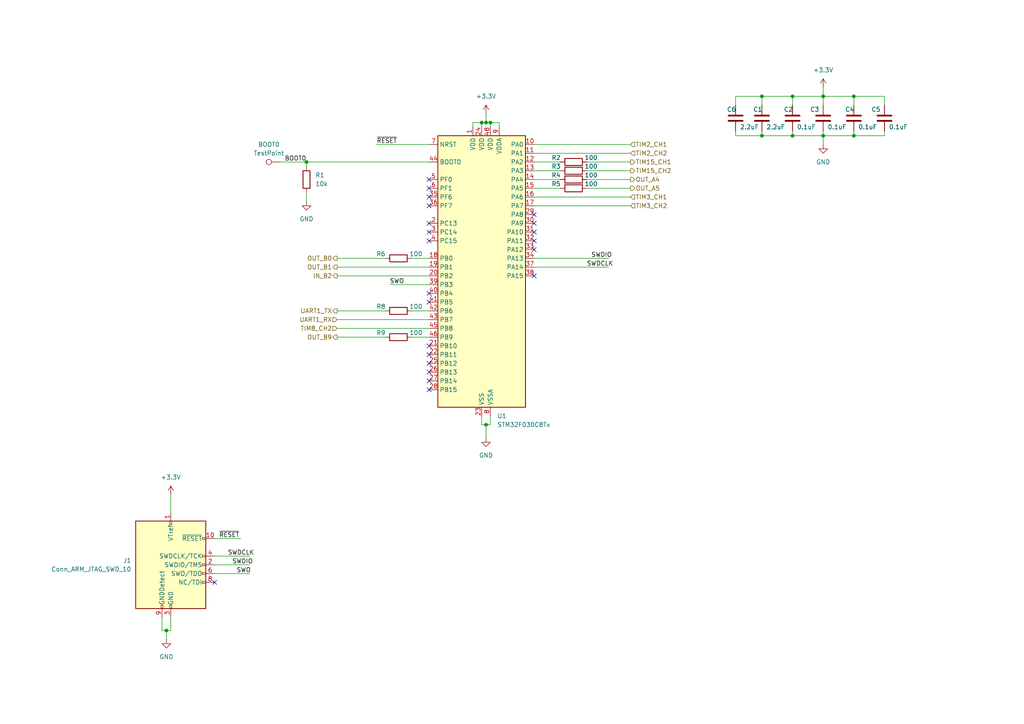
<source format=kicad_sch>
(kicad_sch (version 20230121) (generator eeschema)
  (paper "A4")
  (lib_symbols
    (symbol "Connector:Conn_ARM_JTAG_SWD_10" (pin_names (offset 1.016))
      (property "Reference" "J" (at -2.54 16.51 0))
      (property "Value" "Conn_ARM_JTAG_SWD_10" (at -2.54 13.97 0))
      (symbol "Conn_ARM_JTAG_SWD_10_0_1"
        (rectangle (start -10.16 12.7) (end 10.16 -12.7) (stroke (width 0.254)) (fill (type background)))
        (rectangle (start -2.794 -12.7) (end -2.286 -11.684))
        (rectangle (start -0.254 -12.7) (end 0.254 -11.684))
        (rectangle (start -0.254 12.7) (end 0.254 11.684))
        (rectangle (start 9.144 2.286) (end 10.16 2.794))
        (rectangle (start 10.16 -2.794) (end 9.144 -2.286))
        (rectangle (start 10.16 -0.254) (end 9.144 0.254))
        (rectangle (start 10.16 7.874) (end 9.144 7.366))
      )
      (symbol "Conn_ARM_JTAG_SWD_10_1_1"
        (rectangle (start 9.144 -5.334) (end 10.16 -4.826))
        (pin power_in line (at 0 15.24 270) (length 2.54) (name "VTref") (number "1"))
        (pin open_collector line (at 12.7 7.62 180) (length 2.54) (name "~{RESET}") (number "10"))
        (pin bidirectional line (at 12.7 0 180) (length 2.54) (name "SWDIO/TMS") (number "2"))
        (pin power_in line (at 0 -15.24 90) (length 2.54) (name "GND") (number "3"))
        (pin output line (at 12.7 2.54 180) (length 2.54) (name "SWDCLK/TCK") (number "4"))
        (pin passive line (at 0 -15.24 90) (length 2.54) hide (name "GND") (number "5"))
        (pin input line (at 12.7 -2.54 180) (length 2.54) (name "SWO/TDO") (number "6"))
        (pin no_connect line (at -10.16 0 0) (length 2.54) hide (name "KEY") (number "7"))
        (pin output line (at 12.7 -5.08 180) (length 2.54) (name "NC/TDI") (number "8"))
        (pin passive line (at -2.54 -15.24 90) (length 2.54) (name "GNDDetect") (number "9"))
      )
    )
    (symbol "Connector:TestPoint" (pin_numbers hide) (pin_names (offset 0.762) hide)
      (property "Reference" "TP" (at 0 6.858 0))
      (property "Value" "TestPoint" (at 0 5.08 0))
      (symbol "TestPoint_0_1"
        (circle (center 0 3.302) (radius 0.762))
      )
      (symbol "TestPoint_1_1"
        (pin passive line (at 0 0 90) (length 2.54) (name "1") (number "1"))
      )
    )
    (symbol "Device:C" (pin_numbers hide) (pin_names (offset 0.254))
      (property "Reference" "C" (at 0.635 2.54 0))
      (property "Value" "C" (at 0.635 -2.54 0))
      (symbol "C_0_1"
        (polyline (pts (xy -2.032 -0.762) (xy 2.032 -0.762)) (stroke (width 0.508)))
        (polyline (pts (xy -2.032 0.762) (xy 2.032 0.762)) (stroke (width 0.508)))
      )
      (symbol "C_1_1"
        (pin passive line (at 0 3.81 270) (length 2.794) (name "~") (number "1"))
        (pin passive line (at 0 -3.81 90) (length 2.794) (name "~") (number "2"))
      )
    )
    (symbol "Device:R" (pin_numbers hide) (pin_names (offset 0))
      (property "Reference" "R" (at 2.032 0 90))
      (property "Value" "R" (at 0 0 90))
      (symbol "R_0_1"
        (rectangle (start -1.016 -2.54) (end 1.016 2.54) (stroke (width 0.254)))
      )
      (symbol "R_1_1"
        (pin passive line (at 0 3.81 270) (length 1.27) (name "~") (number "1"))
        (pin passive line (at 0 -3.81 90) (length 1.27) (name "~") (number "2"))
      )
    )
    (symbol "MCU_ST_STM32F0:STM32F030C8Tx"
      (property "Reference" "U" (at -12.7 41.91 0))
      (property "Value" "STM32F030C8Tx" (at 7.62 41.91 0))
      (symbol "STM32F030C8Tx_0_1"
        (rectangle (start -12.7 -38.1) (end 12.7 40.64) (stroke (width 0.254)) (fill (type background)))
      )
      (symbol "STM32F030C8Tx_1_1"
        (pin power_in line (at -2.54 43.18 270) (length 2.54) (name "VDD") (number "1"))
        (pin bidirectional line (at 15.24 38.1 180) (length 2.54) (name "PA0") (number "10"))
        (pin bidirectional line (at 15.24 35.56 180) (length 2.54) (name "PA1") (number "11"))
        (pin bidirectional line (at 15.24 33.02 180) (length 2.54) (name "PA2") (number "12"))
        (pin bidirectional line (at 15.24 30.48 180) (length 2.54) (name "PA3") (number "13"))
        (pin bidirectional line (at 15.24 27.94 180) (length 2.54) (name "PA4") (number "14"))
        (pin bidirectional line (at 15.24 25.4 180) (length 2.54) (name "PA5") (number "15"))
        (pin bidirectional line (at 15.24 22.86 180) (length 2.54) (name "PA6") (number "16"))
        (pin bidirectional line (at 15.24 20.32 180) (length 2.54) (name "PA7") (number "17"))
        (pin bidirectional line (at -15.24 5.08 0) (length 2.54) (name "PB0") (number "18"))
        (pin bidirectional line (at -15.24 2.54 0) (length 2.54) (name "PB1") (number "19"))
        (pin bidirectional line (at -15.24 15.24 0) (length 2.54) (name "PC13") (number "2"))
        (pin bidirectional line (at -15.24 0 0) (length 2.54) (name "PB2") (number "20"))
        (pin bidirectional line (at -15.24 -20.32 0) (length 2.54) (name "PB10") (number "21"))
        (pin bidirectional line (at -15.24 -22.86 0) (length 2.54) (name "PB11") (number "22"))
        (pin power_in line (at 0 -40.64 90) (length 2.54) (name "VSS") (number "23"))
        (pin power_in line (at 0 43.18 270) (length 2.54) (name "VDD") (number "24"))
        (pin bidirectional line (at -15.24 -25.4 0) (length 2.54) (name "PB12") (number "25"))
        (pin bidirectional line (at -15.24 -27.94 0) (length 2.54) (name "PB13") (number "26"))
        (pin bidirectional line (at -15.24 -30.48 0) (length 2.54) (name "PB14") (number "27"))
        (pin bidirectional line (at -15.24 -33.02 0) (length 2.54) (name "PB15") (number "28"))
        (pin bidirectional line (at 15.24 17.78 180) (length 2.54) (name "PA8") (number "29"))
        (pin bidirectional line (at -15.24 12.7 0) (length 2.54) (name "PC14") (number "3"))
        (pin bidirectional line (at 15.24 15.24 180) (length 2.54) (name "PA9") (number "30"))
        (pin bidirectional line (at 15.24 12.7 180) (length 2.54) (name "PA10") (number "31"))
        (pin bidirectional line (at 15.24 10.16 180) (length 2.54) (name "PA11") (number "32"))
        (pin bidirectional line (at 15.24 7.62 180) (length 2.54) (name "PA12") (number "33"))
        (pin bidirectional line (at 15.24 5.08 180) (length 2.54) (name "PA13") (number "34"))
        (pin bidirectional line (at -15.24 22.86 0) (length 2.54) (name "PF6") (number "35"))
        (pin bidirectional line (at -15.24 20.32 0) (length 2.54) (name "PF7") (number "36"))
        (pin bidirectional line (at 15.24 2.54 180) (length 2.54) (name "PA14") (number "37"))
        (pin bidirectional line (at 15.24 0 180) (length 2.54) (name "PA15") (number "38"))
        (pin bidirectional line (at -15.24 -2.54 0) (length 2.54) (name "PB3") (number "39"))
        (pin bidirectional line (at -15.24 10.16 0) (length 2.54) (name "PC15") (number "4"))
        (pin bidirectional line (at -15.24 -5.08 0) (length 2.54) (name "PB4") (number "40"))
        (pin bidirectional line (at -15.24 -7.62 0) (length 2.54) (name "PB5") (number "41"))
        (pin bidirectional line (at -15.24 -10.16 0) (length 2.54) (name "PB6") (number "42"))
        (pin bidirectional line (at -15.24 -12.7 0) (length 2.54) (name "PB7") (number "43"))
        (pin input line (at -15.24 33.02 0) (length 2.54) (name "BOOT0") (number "44"))
        (pin bidirectional line (at -15.24 -15.24 0) (length 2.54) (name "PB8") (number "45"))
        (pin bidirectional line (at -15.24 -17.78 0) (length 2.54) (name "PB9") (number "46"))
        (pin passive line (at 0 -40.64 90) (length 2.54) hide (name "VSS") (number "47"))
        (pin power_in line (at 2.54 43.18 270) (length 2.54) (name "VDD") (number "48"))
        (pin bidirectional line (at -15.24 27.94 0) (length 2.54) (name "PF0") (number "5"))
        (pin bidirectional line (at -15.24 25.4 0) (length 2.54) (name "PF1") (number "6"))
        (pin input line (at -15.24 38.1 0) (length 2.54) (name "NRST") (number "7"))
        (pin power_in line (at 2.54 -40.64 90) (length 2.54) (name "VSSA") (number "8"))
        (pin power_in line (at 5.08 43.18 270) (length 2.54) (name "VDDA") (number "9"))
      )
    )
    (symbol "power:+3.3V" (power) (pin_names (offset 0))
      (property "Value" "+3.3V" (at 0 3.556 0))
      (symbol "+3.3V_0_1"
        (polyline (pts (xy -0.762 1.27) (xy 0 2.54)))
        (polyline (pts (xy 0 0) (xy 0 2.54)))
        (polyline (pts (xy 0 2.54) (xy 0.762 1.27)))
      )
      (symbol "+3.3V_1_1"
        (pin power_in line (at 0 0 90) (length 0) hide (name "+3.3V") (number "1"))
      )
    )
    (symbol "power:GND" (power) (pin_names (offset 0))
      (property "Value" "GND" (at 0 -3.81 0))
      (symbol "GND_0_1"
        (polyline (pts (xy 0 0) (xy 0 -1.27) (xy 1.27 -1.27) (xy 0 -2.54) (xy -1.27 -1.27) (xy 0 -1.27)))
      )
      (symbol "GND_1_1"
        (pin power_in line (at 0 0 270) (length 0) hide (name "GND") (number "1"))
      )
    )
  )
  (junction (at 247.65 27.94))
  (junction (at 140.97 123.19))
  (junction (at 142.24 35.56))
  (junction (at 229.87 27.94))
  (junction (at 220.98 27.94))
  (junction (at 48.26 182.88))
  (junction (at 139.7 35.56))
  (junction (at 238.76 39.37))
  (junction (at 229.87 39.37))
  (junction (at 220.98 39.37))
  (junction (at 238.76 27.94))
  (junction (at 140.97 35.56))
  (junction (at 247.65 39.37))
  (junction (at 88.9 46.99))
  (no_connect (at 124.46 69.85))
  (no_connect (at 154.94 62.23))
  (no_connect (at 124.46 105.41))
  (no_connect (at 124.46 102.87))
  (no_connect (at 154.94 80.01))
  (no_connect (at 124.46 54.61))
  (no_connect (at 124.46 57.15))
  (no_connect (at 124.46 110.49))
  (no_connect (at 124.46 85.09))
  (no_connect (at 154.94 69.85))
  (no_connect (at 124.46 52.07))
  (no_connect (at 154.94 67.31))
  (no_connect (at 124.46 64.77))
  (no_connect (at 154.94 64.77))
  (no_connect (at 124.46 67.31))
  (no_connect (at 124.46 59.69))
  (no_connect (at 124.46 107.95))
  (no_connect (at 154.94 72.39))
  (no_connect (at 124.46 87.63))
  (no_connect (at 124.46 100.33))
  (no_connect (at 62.23 168.91))
  (no_connect (at 124.46 113.03))
  (wire (pts (xy 140.97 123.19) (xy 140.97 127)))
  (wire (pts (xy 137.16 36.83) (xy 137.16 35.56)))
  (wire (pts (xy 154.94 57.15) (xy 182.88 57.15)))
  (wire (pts (xy 88.9 46.99) (xy 88.9 48.26)))
  (wire (pts (xy 154.94 59.69) (xy 182.88 59.69)))
  (wire (pts (xy 170.18 52.07) (xy 182.88 52.07)))
  (wire (pts (xy 137.16 35.56) (xy 139.7 35.56)))
  (wire (pts (xy 213.36 39.37) (xy 220.98 39.37)))
  (wire (pts (xy 62.23 161.29) (xy 72.39 161.29)))
  (wire (pts (xy 154.94 41.91) (xy 182.88 41.91)))
  (wire (pts (xy 220.98 38.1) (xy 220.98 39.37)))
  (wire (pts (xy 220.98 27.94) (xy 229.87 27.94)))
  (wire (pts (xy 247.65 38.1) (xy 247.65 39.37)))
  (wire (pts (xy 256.54 30.48) (xy 256.54 27.94)))
  (wire (pts (xy 97.79 80.01) (xy 124.46 80.01)))
  (wire (pts (xy 88.9 55.88) (xy 88.9 58.42)))
  (wire (pts (xy 256.54 38.1) (xy 256.54 39.37)))
  (wire (pts (xy 154.94 49.53) (xy 162.56 49.53)))
  (wire (pts (xy 119.38 74.93) (xy 124.46 74.93)))
  (wire (pts (xy 140.97 35.56) (xy 139.7 35.56)))
  (wire (pts (xy 97.79 74.93) (xy 111.76 74.93)))
  (wire (pts (xy 49.53 143.51) (xy 49.53 148.59)))
  (wire (pts (xy 144.78 35.56) (xy 142.24 35.56)))
  (wire (pts (xy 229.87 27.94) (xy 238.76 27.94)))
  (wire (pts (xy 170.18 49.53) (xy 182.88 49.53)))
  (wire (pts (xy 154.94 54.61) (xy 162.56 54.61)))
  (wire (pts (xy 139.7 123.19) (xy 140.97 123.19)))
  (wire (pts (xy 154.94 46.99) (xy 162.56 46.99)))
  (wire (pts (xy 238.76 39.37) (xy 238.76 41.91)))
  (wire (pts (xy 256.54 27.94) (xy 247.65 27.94)))
  (wire (pts (xy 88.9 46.99) (xy 124.46 46.99)))
  (wire (pts (xy 62.23 166.37) (xy 72.39 166.37)))
  (wire (pts (xy 81.28 46.99) (xy 88.9 46.99)))
  (wire (pts (xy 229.87 30.48) (xy 229.87 27.94)))
  (wire (pts (xy 229.87 39.37) (xy 238.76 39.37)))
  (wire (pts (xy 154.94 52.07) (xy 162.56 52.07)))
  (wire (pts (xy 97.79 97.79) (xy 111.76 97.79)))
  (wire (pts (xy 97.79 92.71) (xy 124.46 92.71)))
  (wire (pts (xy 213.36 38.1) (xy 213.36 39.37)))
  (wire (pts (xy 46.99 179.07) (xy 46.99 182.88)))
  (wire (pts (xy 220.98 39.37) (xy 229.87 39.37)))
  (wire (pts (xy 97.79 90.17) (xy 111.76 90.17)))
  (wire (pts (xy 213.36 27.94) (xy 220.98 27.94)))
  (wire (pts (xy 48.26 182.88) (xy 48.26 185.42)))
  (wire (pts (xy 46.99 182.88) (xy 48.26 182.88)))
  (wire (pts (xy 256.54 39.37) (xy 247.65 39.37)))
  (wire (pts (xy 154.94 77.47) (xy 176.53 77.47)))
  (wire (pts (xy 238.76 27.94) (xy 238.76 30.48)))
  (wire (pts (xy 113.03 82.55) (xy 124.46 82.55)))
  (wire (pts (xy 220.98 30.48) (xy 220.98 27.94)))
  (wire (pts (xy 119.38 90.17) (xy 124.46 90.17)))
  (wire (pts (xy 97.79 95.25) (xy 124.46 95.25)))
  (wire (pts (xy 139.7 35.56) (xy 139.7 36.83)))
  (wire (pts (xy 97.79 77.47) (xy 124.46 77.47)))
  (wire (pts (xy 142.24 123.19) (xy 140.97 123.19)))
  (wire (pts (xy 119.38 97.79) (xy 124.46 97.79)))
  (wire (pts (xy 49.53 179.07) (xy 49.53 182.88)))
  (wire (pts (xy 139.7 120.65) (xy 139.7 123.19)))
  (wire (pts (xy 144.78 36.83) (xy 144.78 35.56)))
  (wire (pts (xy 140.97 33.02) (xy 140.97 35.56)))
  (wire (pts (xy 154.94 74.93) (xy 176.53 74.93)))
  (wire (pts (xy 142.24 35.56) (xy 140.97 35.56)))
  (wire (pts (xy 238.76 38.1) (xy 238.76 39.37)))
  (wire (pts (xy 238.76 25.4) (xy 238.76 27.94)))
  (wire (pts (xy 229.87 38.1) (xy 229.87 39.37)))
  (wire (pts (xy 170.18 46.99) (xy 182.88 46.99)))
  (wire (pts (xy 109.22 41.91) (xy 124.46 41.91)))
  (wire (pts (xy 154.94 44.45) (xy 182.88 44.45)))
  (wire (pts (xy 170.18 54.61) (xy 182.88 54.61)))
  (wire (pts (xy 247.65 39.37) (xy 238.76 39.37)))
  (wire (pts (xy 62.23 163.83) (xy 72.39 163.83)))
  (wire (pts (xy 247.65 27.94) (xy 238.76 27.94)))
  (wire (pts (xy 62.23 156.21) (xy 69.85 156.21)))
  (wire (pts (xy 247.65 30.48) (xy 247.65 27.94)))
  (wire (pts (xy 213.36 30.48) (xy 213.36 27.94)))
  (wire (pts (xy 142.24 120.65) (xy 142.24 123.19)))
  (wire (pts (xy 49.53 182.88) (xy 48.26 182.88)))
  (wire (pts (xy 142.24 36.83) (xy 142.24 35.56)))
  (label "SWDCLK" (at 170.18 77.47 0))
  (label "SWDIO" (at 67.31 163.83 0))
  (label "SWDCLK" (at 66.04 161.29 0))
  (label "~{RESET}" (at 109.22 41.91 0))
  (label "SWO" (at 113.03 82.55 0))
  (label "SWO" (at 68.58 166.37 0))
  (label "SWDIO" (at 171.45 74.93 0))
  (label "BOOT0" (at 82.55 46.99 0))
  (label "~{RESET}" (at 63.5 156.21 0))
  (hierarchical_label "UART1_RX" (shape input) (at 97.79 92.71 180))
  (hierarchical_label "TIM3_CH1" (shape input) (at 182.88 57.15 0))
  (hierarchical_label "OUT_B9" (shape output) (at 97.79 97.79 180))
  (hierarchical_label "TIM2_CH2" (shape input) (at 182.88 44.45 0))
  (hierarchical_label "UART1_TX" (shape output) (at 97.79 90.17 180))
  (hierarchical_label "IN_B2" (shape output) (at 97.79 80.01 180))
  (hierarchical_label "TIM15_CH1" (shape output) (at 182.88 46.99 0))
  (hierarchical_label "TIM8_CH2" (shape input) (at 97.79 95.25 180))
  (hierarchical_label "TIM2_CH1" (shape input) (at 182.88 41.91 0))
  (hierarchical_label "OUT_A4" (shape output) (at 182.88 52.07 0))
  (hierarchical_label "OUT_B1" (shape output) (at 97.79 77.47 180))
  (hierarchical_label "OUT_A5" (shape output) (at 182.88 54.61 0))
  (hierarchical_label "OUT_B0" (shape output) (at 97.79 74.93 180))
  (hierarchical_label "TIM15_CH2" (shape output) (at 182.88 49.53 0))
  (hierarchical_label "TIM3_CH2" (shape input) (at 182.88 59.69 0))
  (symbol (lib_id "Device:R") (at 88.9 52.07 0) (unit 1)
    (property "Reference" "R1" (at 91.44 50.8 0) (effects (justify left)))
    (property "Value" "10k" (at 91.44 53.34 0) (effects (justify left)))
    (property "Footprint" "Resistor_SMD:R_0603_1608Metric" (effects hide))
  )
  (symbol (lib_id "Device:C") (at 213.36 34.29 0) (unit 1)
    (property "Reference" "C6" (at 210.82 31.75 0) (effects (justify left)))
    (property "Value" "2.2uF" (at 214.63 36.83 0) (effects (justify left)))
    (property "Footprint" "Capacitor_SMD:C_0603_1608Metric" (effects hide))
  )
  (symbol (lib_id "power:GND") (at 48.26 185.42 0) (unit 1)
    (property "Reference" "#PWR06" (effects hide))
    (property "Value" "GND" (at 48.26 190.5 0))
  )
  (symbol (lib_id "Device:C") (at 229.87 34.29 0) (unit 1)
    (property "Reference" "C2" (at 227.33 31.75 0) (effects (justify left)))
    (property "Value" "0.1uF" (at 231.14 36.83 0) (effects (justify left)))
    (property "Footprint" "Capacitor_SMD:C_0603_1608Metric" (effects hide))
  )
  (symbol (lib_id "Connector:TestPoint") (at 81.28 46.99 90) (unit 1)
    (property "Reference" "BOOT0" (at 77.978 41.91 90))
    (property "Value" "TestPoint" (at 77.978 44.45 90))
    (property "Footprint" "TestPoint:TestPoint_Pad_D1.5mm" (effects hide))
  )
  (symbol (lib_id "power:GND") (at 238.76 41.91 0) (unit 1)
    (property "Reference" "#PWR04" (effects hide))
    (property "Value" "GND" (at 238.76 46.99 0))
  )
  (symbol (lib_id "Connector:Conn_ARM_JTAG_SWD_10") (at 49.53 163.83 0) (unit 1)
    (property "Reference" "J1" (at 38.1 162.56 0) (effects (justify right)))
    (property "Value" "Conn_ARM_JTAG_SWD_10" (at 38.1 165.1 0) (effects (justify right)))
    (property "Footprint" "Connector_PinHeader_1.27mm:PinHeader_2x05_P1.27mm_Vertical" (effects hide))
    (property "Datasheet" "http://infocenter.arm.com/help/topic/com.arm.doc.ddi0314h/DDI0314H_coresight_components_trm.pdf" (effects hide))
  )
  (symbol (lib_id "Device:R") (at 166.37 54.61 90) (unit 1)
    (property "Reference" "R5" (at 161.29 53.34 90))
    (property "Value" "100" (at 171.45 53.34 90))
    (property "Footprint" "Resistor_SMD:R_0603_1608Metric" (effects hide))
  )
  (symbol (lib_id "Device:R") (at 115.57 74.93 90) (unit 1)
    (property "Reference" "R6" (at 110.49 73.66 90))
    (property "Value" "100" (at 120.65 73.66 90))
    (property "Footprint" "Resistor_SMD:R_0603_1608Metric" (effects hide))
  )
  (symbol (lib_id "Device:R") (at 115.57 90.17 90) (unit 1)
    (property "Reference" "R8" (at 110.49 88.9 90))
    (property "Value" "100" (at 120.65 88.9 90))
    (property "Footprint" "Resistor_SMD:R_0603_1608Metric" (effects hide))
  )
  (symbol (lib_id "Device:R") (at 166.37 46.99 90) (unit 1)
    (property "Reference" "R2" (at 161.29 45.72 90))
    (property "Value" "100" (at 171.45 45.72 90))
    (property "Footprint" "Resistor_SMD:R_0603_1608Metric" (effects hide))
  )
  (symbol (lib_id "MCU_ST_STM32F0:STM32F030C8Tx") (at 139.7 80.01 0) (unit 1)
    (property "Reference" "U1" (at 144.1959 120.65 0) (effects (justify left)))
    (property "Value" "STM32F030C8Tx" (at 144.1959 123.19 0) (effects (justify left)))
    (property "Footprint" "Package_QFP:LQFP-48_7x7mm_P0.5mm" (effects hide))
    (property "Datasheet" "https://www.st.com/resource/en/datasheet/stm32f030c8.pdf" (effects hide))
  )
  (symbol (lib_id "Device:R") (at 115.57 97.79 90) (unit 1)
    (property "Reference" "R9" (at 110.49 96.52 90))
    (property "Value" "100" (at 120.65 96.52 90))
    (property "Footprint" "Resistor_SMD:R_0603_1608Metric" (effects hide))
  )
  (symbol (lib_id "power:+3.3V") (at 49.53 143.51 0) (unit 1)
    (property "Reference" "#PWR05" (effects hide))
    (property "Value" "+3.3V" (at 49.53 138.43 0))
  )
  (symbol (lib_id "power:+3.3V") (at 238.76 25.4 0) (unit 1)
    (property "Reference" "#PWR03" (effects hide))
    (property "Value" "+3.3V" (at 238.76 20.32 0))
  )
  (symbol (lib_id "Device:R") (at 166.37 49.53 90) (unit 1)
    (property "Reference" "R3" (at 161.29 48.26 90))
    (property "Value" "100" (at 171.45 48.26 90))
    (property "Footprint" "Resistor_SMD:R_0603_1608Metric" (effects hide))
  )
  (symbol (lib_id "Device:C") (at 247.65 34.29 0) (unit 1)
    (property "Reference" "C4" (at 245.11 31.75 0) (effects (justify left)))
    (property "Value" "0.1uF" (at 248.92 36.83 0) (effects (justify left)))
    (property "Footprint" "Capacitor_SMD:C_0603_1608Metric" (effects hide))
  )
  (symbol (lib_id "Device:C") (at 256.54 34.29 0) (unit 1)
    (property "Reference" "C5" (at 252.73 31.75 0) (effects (justify left)))
    (property "Value" "0.1uF" (at 257.81 36.83 0) (effects (justify left)))
    (property "Footprint" "Capacitor_SMD:C_0603_1608Metric" (effects hide))
  )
  (symbol (lib_id "power:+3.3V") (at 140.97 33.02 0) (unit 1)
    (property "Reference" "#PWR01" (effects hide))
    (property "Value" "+3.3V" (at 140.97 27.94 0))
  )
  (symbol (lib_id "Device:C") (at 238.76 34.29 0) (unit 1)
    (property "Reference" "C3" (at 234.95 31.75 0) (effects (justify left)))
    (property "Value" "0.1uF" (at 240.03 36.83 0) (effects (justify left)))
    (property "Footprint" "Capacitor_SMD:C_0603_1608Metric" (effects hide))
  )
  (symbol (lib_id "power:GND") (at 88.9 58.42 0) (unit 1)
    (property "Reference" "#PWR07" (effects hide))
    (property "Value" "GND" (at 88.9 63.5 0))
  )
  (symbol (lib_id "Device:R") (at 166.37 52.07 90) (unit 1)
    (property "Reference" "R4" (at 161.29 50.8 90))
    (property "Value" "100" (at 171.45 50.8 90))
    (property "Footprint" "Resistor_SMD:R_0603_1608Metric" (effects hide))
  )
  (symbol (lib_id "power:GND") (at 140.97 127 0) (unit 1)
    (property "Reference" "#PWR02" (effects hide))
    (property "Value" "GND" (at 140.97 132.08 0))
  )
  (symbol (lib_id "Device:C") (at 220.98 34.29 0) (unit 1)
    (property "Reference" "C1" (at 218.44 31.75 0) (effects (justify left)))
    (property "Value" "2.2uF" (at 222.25 36.83 0) (effects (justify left)))
    (property "Footprint" "Capacitor_SMD:C_0603_1608Metric" (effects hide))
  )
)
</source>
